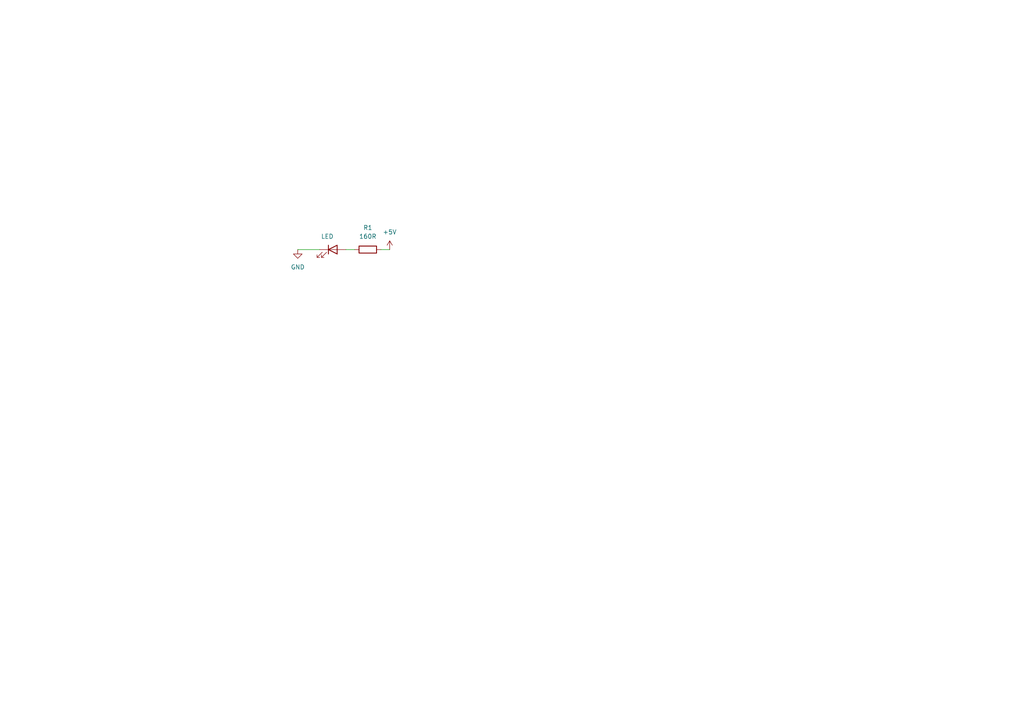
<source format=kicad_sch>
(kicad_sch (version 20250114) (generator "eeschema") (generator_version "9.0")
  (paper "A4")
  (lib_symbols
    (symbol "Device:LED" (pin_numbers (hide yes)) (pin_names (offset 1.016) (hide yes))
      (property "Reference" "D" (at 0 2.54 0))
      (property "Value" "LED" (at 0 -2.54 0))
      (symbol "LED_0_1"
        (polyline (pts (xy -3.048 -0.762) (xy -4.572 -2.286) (xy -3.81 -2.286) (xy -4.572 -2.286) (xy -4.572 -1.524)))
        (polyline (pts (xy -1.778 -0.762) (xy -3.302 -2.286) (xy -2.54 -2.286) (xy -3.302 -2.286) (xy -3.302 -1.524)))
        (polyline (pts (xy -1.27 0) (xy 1.27 0)))
        (polyline (pts (xy -1.27 -1.27) (xy -1.27 1.27)) (stroke (width 0.254)))
        (polyline (pts (xy 1.27 -1.27) (xy 1.27 1.27) (xy -1.27 0) (xy 1.27 -1.27)) (stroke (width 0.254)))
      )
      (symbol "LED_1_1"
        (pin passive line (at -3.81 0 0) (length 2.54) (name "K") (number "1"))
        (pin passive line (at 3.81 0 180) (length 2.54) (name "A") (number "2"))
      )
    )
    (symbol "Device:R" (pin_numbers (hide yes)) (pin_names (offset 0))
      (property "Reference" "R" (at 2.032 0 90))
      (property "Value" "R" (at 0 0 90))
      (symbol "R_0_1"
        (rectangle (start -1.016 -2.54) (end 1.016 2.54) (stroke (width 0.254)))
      )
      (symbol "R_1_1"
        (pin passive line (at 0 3.81 270) (length 1.27) (name "~") (number "1"))
        (pin passive line (at 0 -3.81 90) (length 1.27) (name "~") (number "2"))
      )
    )
    (symbol "power:+5V" (power) (pin_numbers (hide yes)) (pin_names (offset 0) (hide yes))
      (property "Value" "+5V" (at 0 3.556 0))
      (symbol "+5V_0_1"
        (polyline (pts (xy -0.762 1.27) (xy 0 2.54)))
        (polyline (pts (xy 0 2.54) (xy 0.762 1.27)))
        (polyline (pts (xy 0 0) (xy 0 2.54)))
      )
      (symbol "+5V_1_1"
        (pin power_in line (at 0 0 90) (length 0) (name "~") (number "1"))
      )
    )
    (symbol "power:GND" (power) (pin_numbers (hide yes)) (pin_names (offset 0) (hide yes))
      (property "Value" "GND" (at 0 -3.81 0))
      (symbol "GND_0_1"
        (polyline (pts (xy 0 0) (xy 0 -1.27) (xy 1.27 -1.27) (xy 0 -2.54) (xy -1.27 -1.27) (xy 0 -1.27)))
      )
      (symbol "GND_1_1"
        (pin power_in line (at 0 0 270) (length 0) (name "~") (number "1"))
      )
    )
  )
  (wire (pts (xy 100.33 72.39) (xy 102.87 72.39)))
  (wire (pts (xy 113.03 72.39) (xy 110.49 72.39)))
  (wire (pts (xy 86.36 72.39) (xy 92.71 72.39)))
  (symbol (lib_id "Device:R") (at 106.68 72.39 90) (unit 1)
    (property "Reference" "R1" (at 106.68 66.04 90))
    (property "Value" "160R" (at 106.68 68.58 90))
    (property "Description" "Resistor" (effects (hide yes)))
  )
  (symbol (lib_id "Device:LED") (at 96.52 72.39 0) (unit 1)
    (property "Reference" "D1" (effects (hide yes)))
    (property "Value" "LED" (at 94.9325 68.58 0))
    (property "Description" "Light emitting diode" (effects (hide yes)))
    (property "Sim.Pins" "1=K 2=A" (effects (hide yes)))
  )
  (symbol (lib_id "power:GND") (at 86.36 72.39 0) (unit 1)
    (property "Reference" "#PWR02" (effects (hide yes)))
    (property "Value" "GND" (at 86.36 77.47 0))
    (property "Description" "Power symbol creates a global label with name \"GND\" , ground" (effects (hide yes)))
  )
  (symbol (lib_id "power:+5V") (at 113.03 72.39 0) (unit 1)
    (property "Reference" "#PWR01" (effects (hide yes)))
    (property "Value" "+5V" (at 113.03 67.31 0))
    (property "Description" "Power symbol creates a global label with name \"+5V\"" (effects (hide yes)))
  )
)
</source>
